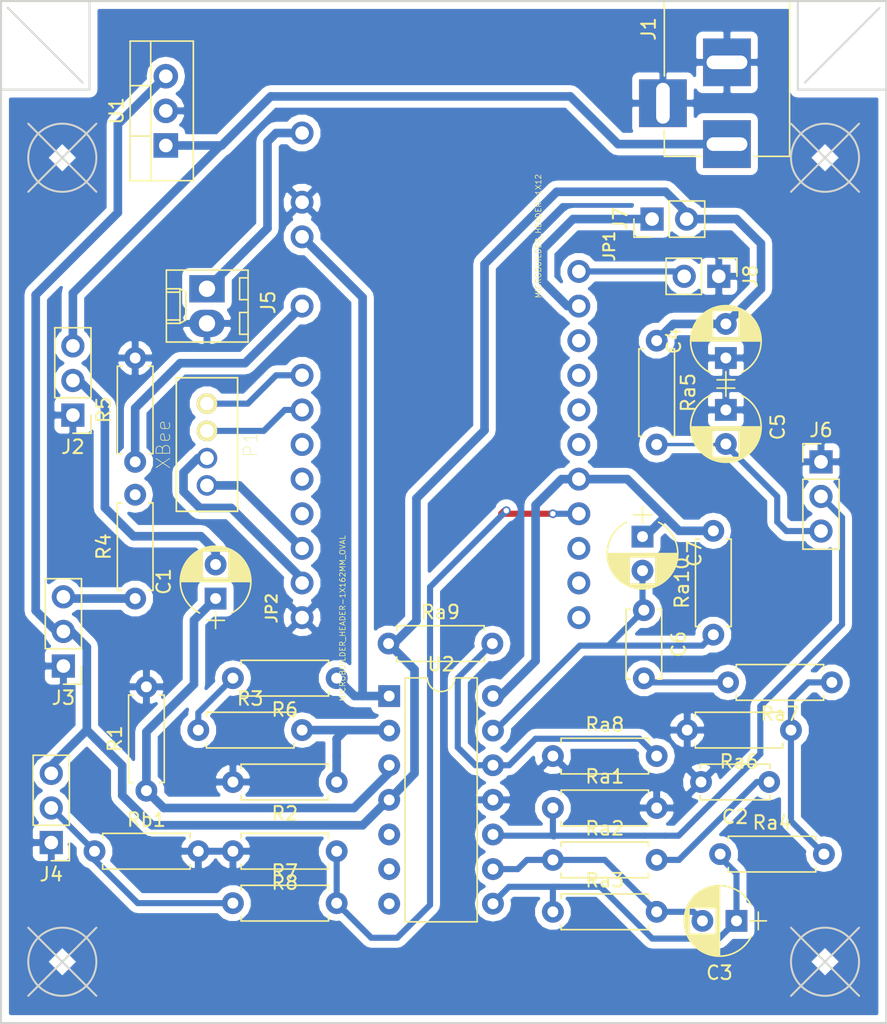
<source format=kicad_pcb>
(kicad_pcb (version 4) (host pcbnew 4.0.7-e2-6376~58~ubuntu16.04.1)
  (layers (0 F.Cu signal hide) (31 B.Cu signal) (34 B.Paste user hide) (35 F.Paste user hide) (36 B.SilkS user hide) (37 F.SilkS user hide) (38 B.Mask user hide) (39 F.Mask user hide) (44 Edge.Cuts user))
  (net 0 "")
  (net 1 GND)
  (net 2 5V)
  (net 3 SEN0192_OUT)
  (net 4 SE-10_OUT)
  (net 5 12V)
  (net 6 "Net-(R2-Pad1)")
  (net 7 SE-10_OUT_)
  (net 8 SEN0192_OUT_)
  (net 9 "Net-(C1-Pad1)")
  (net 10 VBUS)
  (net 11 EN)
  (net 12 ZRE200_OUT_)
  (net 13 TX)
  (net 14 RX)
  (net 15 3V3)
  (net 16 XBee_ON)
  (net 17 XBee_nRESET)
  (net 18 "Net-(C3-Pad1)")
  (net 19 "Net-(C3-Pad2)")
  (net 20 ZRE200_OUT)
  (net 21 EKMB_OUT)
  (net 22 "Net-(C2-Pad1)")
  (net 23 "Net-(Ra4-Pad2)")
  (net 24 "Net-(C5-Pad2)")
  (net 25 "Net-(C6-Pad1)")
  (net 26 "Net-(C6-Pad2)")
  (net 27 "Net-(R3-Pad1)")
  (net 28 "Net-(Ra8-Pad2)")
  (net 29 EKMB_OUT_)
  (module TO_SOT_Packages_THT:TO-220-3_Vertical (layer F.Cu) (at 131.6 84.1 90)
    (fp_text reference U1 (at 2.54 -3.62 90) (layer F.SilkS))
    (fp_text value LM7805_TO220)
    (pad 1 thru_hole rect (at 0 0 90) (size 1.8 1.8) (drill 1) (layers *.Cu *.Mask) (net 5 12V))
    (pad 2 thru_hole oval (at 2.54 0 90) (size 1.8 1.8) (drill 1) (layers *.Cu *.Mask) (net 1 GND))
    (pad 3 thru_hole oval (at 5.08 0 90) (size 1.8 1.8) (drill 1) (layers *.Cu *.Mask) (net 2 5V))
  )
  (module Resistors_THT:R_Axial_DIN0207_L6.3mm_D2.5mm_P7.62mm_Horizontal (layer F.Cu) (at 147.955 120.65)
    (fp_text reference Ra9 (at 3.81 -2.31) (layer F.SilkS))
    (fp_text value 810K)
    (pad 1 thru_hole circle (at 0 0) (size 1.6 1.6) (drill 0.8) (layers *.Cu *.Mask) (net 2 5V))
    (pad 2 thru_hole oval (at 7.62 0) (size 1.6 1.6) (drill 0.8) (layers *.Cu *.Mask) (net 28 "Net-(Ra8-Pad2)"))
  )
  (module Pin_Headers:Pin_Header_Straight_1x03_Pitch2.54mm (layer F.Cu) (at 124.7775 103.886 180)
    (fp_text reference J2 (at 0 -2.33 180) (layer F.SilkS))
    (fp_text value SE-10)
    (pad 1 thru_hole rect (at 0 0 180) (size 1.7 1.7) (drill 1) (layers *.Cu *.Mask) (net 1 GND))
    (pad 2 thru_hole oval (at 0 2.54 180) (size 1.7 1.7) (drill 1) (layers *.Cu *.Mask) (net 4 SE-10_OUT))
    (pad 3 thru_hole oval (at 0 5.08 180) (size 1.7 1.7) (drill 1) (layers *.Cu *.Mask) (net 5 12V))
  )
  (module Resistors_THT:R_Axial_DIN0207_L6.3mm_D2.5mm_P7.62mm_Horizontal (layer F.Cu) (at 130.175 131.445 90)
    (fp_text reference R1 (at 3.81 -2.31 90) (layer F.SilkS))
    (fp_text value 4.62K)
    (pad 1 thru_hole circle (at 0 0 90) (size 1.6 1.6) (drill 0.8) (layers *.Cu *.Mask) (net 9 "Net-(C1-Pad1)"))
    (pad 2 thru_hole oval (at 7.62 0 90) (size 1.6 1.6) (drill 0.8) (layers *.Cu *.Mask) (net 1 GND))
  )
  (module Resistors_THT:R_Axial_DIN0207_L6.3mm_D2.5mm_P7.62mm_Horizontal (layer F.Cu) (at 144.145 130.81 180)
    (fp_text reference R2 (at 3.81 -2.31 180) (layer F.SilkS))
    (fp_text value 9.85K)
    (pad 1 thru_hole circle (at 0 0 180) (size 1.6 1.6) (drill 0.8) (layers *.Cu *.Mask) (net 6 "Net-(R2-Pad1)"))
    (pad 2 thru_hole oval (at 7.62 0 180) (size 1.6 1.6) (drill 0.8) (layers *.Cu *.Mask) (net 1 GND))
  )
  (module Resistors_THT:R_Axial_DIN0207_L6.3mm_D2.5mm_P7.62mm_Horizontal (layer F.Cu) (at 133.985 127)
    (fp_text reference R3 (at 3.81 -2.31) (layer F.SilkS))
    (fp_text value 9.87K)
    (pad 1 thru_hole circle (at 0 0) (size 1.6 1.6) (drill 0.8) (layers *.Cu *.Mask) (net 27 "Net-(R3-Pad1)"))
    (pad 2 thru_hole oval (at 7.62 0) (size 1.6 1.6) (drill 0.8) (layers *.Cu *.Mask) (net 6 "Net-(R2-Pad1)"))
  )
  (module Resistors_THT:R_Axial_DIN0207_L6.3mm_D2.5mm_P7.62mm_Horizontal (layer F.Cu) (at 129.3495 117.348 90)
    (fp_text reference R4 (at 3.81 -2.31 90) (layer F.SilkS))
    (fp_text value 1.491K)
    (pad 1 thru_hole circle (at 0 0 90) (size 1.6 1.6) (drill 0.8) (layers *.Cu *.Mask) (net 3 SEN0192_OUT))
    (pad 2 thru_hole oval (at 7.62 0 90) (size 1.6 1.6) (drill 0.8) (layers *.Cu *.Mask) (net 8 SEN0192_OUT_))
  )
  (module Resistors_THT:R_Axial_DIN0207_L6.3mm_D2.5mm_P7.62mm_Horizontal (layer F.Cu) (at 129.3495 107.315 90)
    (fp_text reference R5 (at 3.81 -2.31 90) (layer F.SilkS))
    (fp_text value 2.18K)
    (pad 1 thru_hole circle (at 0 0 90) (size 1.6 1.6) (drill 0.8) (layers *.Cu *.Mask) (net 8 SEN0192_OUT_))
    (pad 2 thru_hole oval (at 7.62 0 90) (size 1.6 1.6) (drill 0.8) (layers *.Cu *.Mask) (net 1 GND))
  )
  (module "Adafruit Feather M0 Basic rev C:MICROBUILDER_1X12_ROUND" (layer F.Cu) (at 161.925 104.775 270)
    (fp_text reference JP1 (at -13.2842 -2.2352 270) (layer F.SilkS) (effects (font (size 0.8128 0.8128) (thickness 0.1524))))
    (fp_text value MICROBUILDER_HEADER-1X12 (at -14.0208 2.9718 270) (layer F.SilkS) (effects (font (size 0.4064 0.4064) (thickness 0.0508))))
    (pad 2 thru_hole circle (at -11.43 0 270) (size 1.6764 1.6764) (drill 0.99822) (layers *.Cu *.Paste *.Mask) (net 11 EN))
    (pad 3 thru_hole circle (at -8.89 0 270) (size 1.6764 1.6764) (drill 0.99822) (layers *.Cu *.Paste *.Mask) (net 10 VBUS))
    (pad 4 thru_hole circle (at -6.35 0 270) (size 1.6764 1.6764) (drill 0.99822) (layers *.Cu *.Paste *.Mask))
    (pad 5 thru_hole circle (at -3.81 0 270) (size 1.6764 1.6764) (drill 0.99822) (layers *.Cu *.Paste *.Mask))
    (pad 6 thru_hole circle (at -1.27 0 270) (size 1.6764 1.6764) (drill 0.99822) (layers *.Cu *.Paste *.Mask))
    (pad 7 thru_hole circle (at 1.27 0 270) (size 1.6764 1.6764) (drill 0.99822) (layers *.Cu *.Paste *.Mask))
    (pad 8 thru_hole circle (at 3.81 0 270) (size 1.6764 1.6764) (drill 0.99822) (layers *.Cu *.Paste *.Mask) (net 12 ZRE200_OUT_))
    (pad 9 thru_hole circle (at 6.35 0 270) (size 1.6764 1.6764) (drill 0.99822) (layers *.Cu *.Paste *.Mask) (net 29 EKMB_OUT_))
    (pad 10 thru_hole circle (at 8.89 0 270) (size 1.6764 1.6764) (drill 0.99822) (layers *.Cu *.Paste *.Mask))
    (pad 11 thru_hole circle (at 11.43 0 270) (size 1.6764 1.6764) (drill 0.99822) (layers *.Cu *.Paste *.Mask))
    (pad 12 thru_hole circle (at 13.97 0 270) (size 1.6764 1.6764) (drill 0.99822) (layers *.Cu *.Paste *.Mask))
  )
  (module "Adafruit Feather M0 Basic rev C:MICROBUILDER_1X16_ROUND" (layer F.Cu) (at 141.605 99.695 90)
    (fp_text reference JP2 (at -18.3642 -2.2352 90) (layer F.SilkS) (effects (font (size 0.8128 0.8128) (thickness 0.1524))))
    (fp_text value MICROBUILDER_HEADER-1X162MM_OVAL (at -19.1008 2.9718 90) (layer F.SilkS) (effects (font (size 0.4064 0.4064) (thickness 0.0508))))
    (pad 1 thru_hole circle (at -19.05 0 90) (size 1.6764 1.6764) (drill 0.99822) (layers *.Cu *.Paste *.Mask) (net 1 GND))
    (pad 2 thru_hole circle (at -16.51 0 90) (size 1.6764 1.6764) (drill 0.99822) (layers *.Cu *.Paste *.Mask) (net 13 TX))
    (pad 3 thru_hole circle (at -13.97 0 90) (size 1.6764 1.6764) (drill 0.99822) (layers *.Cu *.Paste *.Mask) (net 14 RX))
    (pad 4 thru_hole circle (at -11.43 0 90) (size 1.6764 1.6764) (drill 0.99822) (layers *.Cu *.Paste *.Mask))
    (pad 5 thru_hole circle (at -8.89 0 90) (size 1.6764 1.6764) (drill 0.99822) (layers *.Cu *.Paste *.Mask))
    (pad 6 thru_hole circle (at -6.35 0 90) (size 1.6764 1.6764) (drill 0.99822) (layers *.Cu *.Paste *.Mask))
    (pad 7 thru_hole circle (at -3.81 0 90) (size 1.6764 1.6764) (drill 0.99822) (layers *.Cu *.Paste *.Mask) (net 17 XBee_nRESET))
    (pad 8 thru_hole circle (at -1.27 0 90) (size 1.6764 1.6764) (drill 0.99822) (layers *.Cu *.Paste *.Mask) (net 16 XBee_ON))
    (pad 10 thru_hole circle (at 3.81 0 90) (size 1.6764 1.6764) (drill 0.99822) (layers *.Cu *.Paste *.Mask) (net 8 SEN0192_OUT_))
    (pad 12 thru_hole circle (at 8.89 0 90) (size 1.6764 1.6764) (drill 0.99822) (layers *.Cu *.Paste *.Mask) (net 7 SE-10_OUT_))
    (pad 13 thru_hole circle (at 11.43 0 90) (size 1.6764 1.6764) (drill 0.99822) (layers *.Cu *.Paste *.Mask) (net 1 GND))
    (pad 15 thru_hole circle (at 16.51 0 90) (size 1.6764 1.6764) (drill 0.99822) (layers *.Cu *.Paste *.Mask) (net 15 3V3))
  )
  (module Capacitors_THT:CP_Radial_D5.0mm_P2.50mm (layer F.Cu) (at 135.255 117.348 90)
    (fp_text reference C1 (at 1.25 -3.81 90) (layer F.SilkS))
    (fp_text value 22u)
    (pad 1 thru_hole rect (at 0 0 90) (size 1.6 1.6) (drill 0.8) (layers *.Cu *.Mask) (net 9 "Net-(C1-Pad1)"))
    (pad 2 thru_hole circle (at 2.5 0 90) (size 1.6 1.6) (drill 0.8) (layers *.Cu *.Mask) (net 4 SE-10_OUT))
  )
  (module JST_PHR-4 (layer F.Cu) (at 134.62 106.045 270)
    (fp_text reference P1 (at 0 -3.2 270) (layer F.SilkS) (effects (font (thickness 0.05))))
    (fp_text value XBee (at 0 3.2 270) (layer F.SilkS) (effects (font (thickness 0.05))))
    (pad 1 thru_hole circle (at -3 0) (size 1.508 1.508) (drill 1) (layers *.Cu *.Mask F.SilkS) (net 16 XBee_ON))
    (pad 2 thru_hole circle (at -1 0) (size 1.508 1.508) (drill 1) (layers *.Cu *.Mask F.SilkS) (net 17 XBee_nRESET))
    (pad 3 thru_hole circle (at 1 0 270) (size 1.508 1.508) (drill 1) (layers *.Cu *.Mask) (net 13 TX))
    (pad 4 thru_hole circle (at 3 0 270) (size 1.508 1.508) (drill 1) (layers *.Cu *.Mask) (net 14 RX))
  )
  (module Pin_Headers:Pin_Header_Straight_1x03_Pitch2.54mm (layer F.Cu) (at 179.705 107.315)
    (fp_text reference J6 (at 0 -2.33) (layer F.SilkS))
    (fp_text value ZRE200GE)
    (pad 1 thru_hole rect (at 0 0) (size 1.7 1.7) (drill 1) (layers *.Cu *.Mask) (net 1 GND))
    (pad 2 thru_hole oval (at 0 2.54) (size 1.7 1.7) (drill 1) (layers *.Cu *.Mask) (net 20 ZRE200_OUT))
    (pad 3 thru_hole oval (at 0 5.08) (size 1.7 1.7) (drill 1) (layers *.Cu *.Mask) (net 24 "Net-(C5-Pad2)"))
  )
  (module Resistors_THT:R_Axial_DIN0207_L6.3mm_D2.5mm_P7.62mm_Horizontal (layer F.Cu) (at 144.145 123.19 180)
    (fp_text reference R6 (at 3.81 -2.31 180) (layer F.SilkS))
    (fp_text value 14.82K)
    (pad 1 thru_hole circle (at 0 0 180) (size 1.6 1.6) (drill 0.8) (layers *.Cu *.Mask) (net 7 SE-10_OUT_))
    (pad 2 thru_hole oval (at 7.62 0 180) (size 1.6 1.6) (drill 0.8) (layers *.Cu *.Mask) (net 27 "Net-(R3-Pad1)"))
  )
  (module Capacitors_THT:CP_Radial_D5.0mm_P2.50mm (layer F.Cu) (at 173.5 141 180)
    (fp_text reference C3 (at 1.25 -3.81 180) (layer F.SilkS))
    (fp_text value 10n)
    (pad 1 thru_hole rect (at 0 0 180) (size 1.6 1.6) (drill 0.8) (layers *.Cu *.Mask) (net 18 "Net-(C3-Pad1)"))
    (pad 2 thru_hole circle (at 2.5 0 180) (size 1.6 1.6) (drill 0.8) (layers *.Cu *.Mask) (net 19 "Net-(C3-Pad2)"))
  )
  (module Capacitors_THT:CP_Radial_D5.0mm_P2.50mm (layer F.Cu) (at 172.72 103.505 270)
    (fp_text reference C5 (at 1.25 -3.81 270) (layer F.SilkS))
    (fp_text value 10u)
    (pad 1 thru_hole rect (at 0 0 270) (size 1.6 1.6) (drill 0.8) (layers *.Cu *.Mask) (net 1 GND))
    (pad 2 thru_hole circle (at 2.5 0 270) (size 1.6 1.6) (drill 0.8) (layers *.Cu *.Mask) (net 24 "Net-(C5-Pad2)"))
  )
  (module Resistors_THT:R_Axial_DIN0207_L6.3mm_D2.5mm_P7.62mm_Horizontal (layer F.Cu) (at 160.02 132.715)
    (fp_text reference Ra1 (at 3.81 -2.31) (layer F.SilkS))
    (fp_text value 47K)
    (pad 1 thru_hole circle (at 0 0) (size 1.6 1.6) (drill 0.8) (layers *.Cu *.Mask) (net 20 ZRE200_OUT))
    (pad 2 thru_hole oval (at 7.62 0) (size 1.6 1.6) (drill 0.8) (layers *.Cu *.Mask) (net 1 GND))
  )
  (module Resistors_THT:R_Axial_DIN0207_L6.3mm_D2.5mm_P7.62mm_Horizontal (layer F.Cu) (at 160.02 136.525)
    (fp_text reference Ra2 (at 3.81 -2.31) (layer F.SilkS))
    (fp_text value 10K)
    (pad 1 thru_hole circle (at 0 0) (size 1.6 1.6) (drill 0.8) (layers *.Cu *.Mask) (net 19 "Net-(C3-Pad2)"))
    (pad 2 thru_hole oval (at 7.62 0) (size 1.6 1.6) (drill 0.8) (layers *.Cu *.Mask) (net 22 "Net-(C2-Pad1)"))
  )
  (module Resistors_THT:R_Axial_DIN0207_L6.3mm_D2.5mm_P7.62mm_Horizontal (layer F.Cu) (at 160.02 140.335)
    (fp_text reference Ra3 (at 3.81 -2.31) (layer F.SilkS))
    (fp_text value 1M)
    (pad 1 thru_hole circle (at 0 0) (size 1.6 1.6) (drill 0.8) (layers *.Cu *.Mask) (net 18 "Net-(C3-Pad1)"))
    (pad 2 thru_hole oval (at 7.62 0) (size 1.6 1.6) (drill 0.8) (layers *.Cu *.Mask) (net 19 "Net-(C3-Pad2)"))
  )
  (module Resistors_THT:R_Axial_DIN0207_L6.3mm_D2.5mm_P7.62mm_Horizontal (layer F.Cu) (at 172.3 136.1)
    (fp_text reference Ra4 (at 3.81 -2.31) (layer F.SilkS))
    (fp_text value 100K)
    (pad 1 thru_hole circle (at 0 0) (size 1.6 1.6) (drill 0.8) (layers *.Cu *.Mask) (net 18 "Net-(C3-Pad1)"))
    (pad 2 thru_hole oval (at 7.62 0) (size 1.6 1.6) (drill 0.8) (layers *.Cu *.Mask) (net 23 "Net-(Ra4-Pad2)"))
  )
  (module Resistors_THT:R_Axial_DIN0207_L6.3mm_D2.5mm_P7.62mm_Horizontal (layer F.Cu) (at 177.5 127 180)
    (fp_text reference Ra6 (at 3.81 -2.31 180) (layer F.SilkS))
    (fp_text value 1M)
    (pad 1 thru_hole circle (at 0 0 180) (size 1.6 1.6) (drill 0.8) (layers *.Cu *.Mask) (net 23 "Net-(Ra4-Pad2)"))
    (pad 2 thru_hole oval (at 7.62 0 180) (size 1.6 1.6) (drill 0.8) (layers *.Cu *.Mask) (net 1 GND))
  )
  (module Resistors_THT:R_Axial_DIN0207_L6.3mm_D2.5mm_P7.62mm_Horizontal (layer F.Cu) (at 180.5 123.5 180)
    (fp_text reference Ra7 (at 3.81 -2.31 180) (layer F.SilkS))
    (fp_text value 10K)
    (pad 1 thru_hole circle (at 0 0 180) (size 1.6 1.6) (drill 0.8) (layers *.Cu *.Mask) (net 23 "Net-(Ra4-Pad2)"))
    (pad 2 thru_hole oval (at 7.62 0 180) (size 1.6 1.6) (drill 0.8) (layers *.Cu *.Mask) (net 26 "Net-(C6-Pad2)"))
  )
  (module Resistors_THT:R_Axial_DIN0207_L6.3mm_D2.5mm_P7.62mm_Horizontal (layer F.Cu) (at 160.02 128.905)
    (fp_text reference Ra8 (at 3.81 -2.31) (layer F.SilkS))
    (fp_text value 470K)
    (pad 1 thru_hole circle (at 0 0) (size 1.6 1.6) (drill 0.8) (layers *.Cu *.Mask) (net 1 GND))
    (pad 2 thru_hole oval (at 7.62 0) (size 1.6 1.6) (drill 0.8) (layers *.Cu *.Mask) (net 28 "Net-(Ra8-Pad2)"))
  )
  (module Resistors_THT:R_Axial_DIN0207_L6.3mm_D2.5mm_P7.62mm_Horizontal (layer F.Cu) (at 126.365 135.89)
    (fp_text reference Rb1 (at 3.81 -2.31) (layer F.SilkS))
    (fp_text value 10K)
    (pad 1 thru_hole circle (at 0 0) (size 1.6 1.6) (drill 0.8) (layers *.Cu *.Mask) (net 21 EKMB_OUT))
    (pad 2 thru_hole oval (at 7.62 0) (size 1.6 1.6) (drill 0.8) (layers *.Cu *.Mask) (net 1 GND))
  )
  (module Capacitors_THT:C_Disc_D5.0mm_W2.5mm_P5.00mm (layer F.Cu) (at 175.895 130.81 180)
    (fp_text reference C2 (at 2.5 -2.56 180) (layer F.SilkS))
    (fp_text value 10u)
    (pad 1 thru_hole circle (at 0 0 180) (size 1.6 1.6) (drill 0.8) (layers *.Cu *.Mask) (net 22 "Net-(C2-Pad1)"))
    (pad 2 thru_hole circle (at 5 0 180) (size 1.6 1.6) (drill 0.8) (layers *.Cu *.Mask) (net 1 GND))
  )
  (module Capacitors_THT:CP_Radial_D5.0mm_P2.50mm (layer F.Cu) (at 166.6 112.8 270)
    (fp_text reference C7 (at 1.25 -3.81 270) (layer F.SilkS))
    (fp_text value 10n)
    (pad 1 thru_hole rect (at 0 0 270) (size 1.6 1.6) (drill 0.8) (layers *.Cu *.Mask) (net 12 ZRE200_OUT_))
    (pad 2 thru_hole circle (at 2.5 0 270) (size 1.6 1.6) (drill 0.8) (layers *.Cu *.Mask) (net 25 "Net-(C6-Pad1)"))
  )
  (module Resistors_THT:R_Axial_DIN0207_L6.3mm_D2.5mm_P7.62mm_Horizontal (layer F.Cu) (at 167.64 98.425 270)
    (fp_text reference Ra5 (at 3.81 -2.31 270) (layer F.SilkS))
    (fp_text value 1K)
    (pad 1 thru_hole circle (at 0 0 270) (size 1.6 1.6) (drill 0.8) (layers *.Cu *.Mask) (net 2 5V))
    (pad 2 thru_hole oval (at 7.62 0 270) (size 1.6 1.6) (drill 0.8) (layers *.Cu *.Mask) (net 24 "Net-(C5-Pad2)"))
  )
  (module Resistors_THT:R_Axial_DIN0207_L6.3mm_D2.5mm_P7.62mm_Horizontal (layer F.Cu) (at 171.8 120 90)
    (fp_text reference Ra10 (at 3.81 -2.31 90) (layer F.SilkS))
    (fp_text value 1M2)
    (pad 1 thru_hole circle (at 0 0 90) (size 1.6 1.6) (drill 0.8) (layers *.Cu *.Mask) (net 25 "Net-(C6-Pad1)"))
    (pad 2 thru_hole oval (at 7.62 0 90) (size 1.6 1.6) (drill 0.8) (layers *.Cu *.Mask) (net 12 ZRE200_OUT_))
  )
  (module Capacitors_THT:CP_Radial_D5.0mm_P2.50mm (layer F.Cu) (at 172.72 99.695 90)
    (fp_text reference C4 (at 1.25 -3.81 90) (layer F.SilkS))
    (fp_text value 100u)
    (pad 1 thru_hole rect (at 0 0 90) (size 1.6 1.6) (drill 0.8) (layers *.Cu *.Mask) (net 1 GND))
    (pad 2 thru_hole circle (at 2.5 0 90) (size 1.6 1.6) (drill 0.8) (layers *.Cu *.Mask) (net 2 5V))
  )
  (module Capacitors_THT:C_Disc_D5.0mm_W2.5mm_P5.00mm (layer F.Cu) (at 166.7 118.2 270)
    (fp_text reference C6 (at 2.5 -2.56 270) (layer F.SilkS))
    (fp_text value 10u)
    (pad 1 thru_hole circle (at 0 0 270) (size 1.6 1.6) (drill 0.8) (layers *.Cu *.Mask) (net 25 "Net-(C6-Pad1)"))
    (pad 2 thru_hole circle (at 5 0 270) (size 1.6 1.6) (drill 0.8) (layers *.Cu *.Mask) (net 26 "Net-(C6-Pad2)"))
  )
  (module Pin_Headers:Pin_Header_Straight_1x03_Pitch2.54mm (layer F.Cu) (at 124.079 122.301 180)
    (fp_text reference J3 (at 0 -2.33 180) (layer F.SilkS))
    (fp_text value SEN0192_MW)
    (pad 1 thru_hole rect (at 0 0 180) (size 1.7 1.7) (drill 1) (layers *.Cu *.Mask) (net 1 GND))
    (pad 2 thru_hole oval (at 0 2.54 180) (size 1.7 1.7) (drill 1) (layers *.Cu *.Mask) (net 2 5V))
    (pad 3 thru_hole oval (at 0 5.08 180) (size 1.7 1.7) (drill 1) (layers *.Cu *.Mask) (net 3 SEN0192_OUT))
  )
  (module Pin_Headers:Pin_Header_Straight_1x03_Pitch2.54mm (layer F.Cu) (at 123.19 135.255 180)
    (fp_text reference J4 (at 0 -2.33 180) (layer F.SilkS))
    (fp_text value EKMB)
    (pad 1 thru_hole rect (at 0 0 180) (size 1.7 1.7) (drill 1) (layers *.Cu *.Mask) (net 1 GND))
    (pad 2 thru_hole oval (at 0 2.54 180) (size 1.7 1.7) (drill 1) (layers *.Cu *.Mask) (net 21 EKMB_OUT))
    (pad 3 thru_hole oval (at 0 5.08 180) (size 1.7 1.7) (drill 1) (layers *.Cu *.Mask) (net 2 5V))
  )
  (module Connectors_Molex:Molex_KK-6410-02_02x2.54mm_Straight (layer F.Cu) (at 134.62 94.615 270)
    (fp_text reference J5 (at 1 -4.5 270) (layer F.SilkS))
    (fp_text value "3V3 Output")
    (pad 1 thru_hole rect (at 0 0 270) (size 2 2.6) (drill 1.2) (layers *.Cu *.Mask) (net 15 3V3))
    (pad 2 thru_hole oval (at 2.54 0 270) (size 2 2.6) (drill 1.2) (layers *.Cu *.Mask) (net 1 GND))
  )
  (module Pin_Headers:Pin_Header_Straight_1x02_Pitch2.54mm (layer F.Cu) (at 167.3 89.5 90)
    (fp_text reference J7 (at 0 -2.33 90) (layer F.SilkS))
    (fp_text value "5V Ext")
    (pad 1 thru_hole rect (at 0 0 90) (size 1.7 1.7) (drill 1) (layers *.Cu *.Mask) (net 10 VBUS))
    (pad 2 thru_hole oval (at 0 2.54 90) (size 1.7 1.7) (drill 1) (layers *.Cu *.Mask) (net 2 5V))
  )
  (module Pin_Headers:Pin_Header_Straight_1x02_Pitch2.54mm (layer F.Cu) (at 172.2 93.7 270)
    (fp_text reference J8 (at 0 -2.33 270) (layer F.SilkS))
    (fp_text value "3V3 EN")
    (pad 1 thru_hole rect (at 0 0 270) (size 1.7 1.7) (drill 1) (layers *.Cu *.Mask) (net 1 GND))
    (pad 2 thru_hole oval (at 0 2.54 270) (size 1.7 1.7) (drill 1) (layers *.Cu *.Mask) (net 11 EN))
  )
  (module Housings_DIP:DIP-14_W7.62mm (layer F.Cu) (at 148 124.5)
    (fp_text reference U2 (at 3.81 -2.33) (layer F.SilkS))
    (fp_text value LM324)
    (pad 1 thru_hole rect (at 0 0) (size 1.6 1.6) (drill 0.8) (layers *.Cu *.Mask) (net 7 SE-10_OUT_))
    (pad 8 thru_hole oval (at 7.62 15.24) (size 1.6 1.6) (drill 0.8) (layers *.Cu *.Mask) (net 18 "Net-(C3-Pad1)"))
    (pad 2 thru_hole oval (at 0 2.54) (size 1.6 1.6) (drill 0.8) (layers *.Cu *.Mask) (net 6 "Net-(R2-Pad1)"))
    (pad 9 thru_hole oval (at 7.62 12.7) (size 1.6 1.6) (drill 0.8) (layers *.Cu *.Mask) (net 19 "Net-(C3-Pad2)"))
    (pad 3 thru_hole oval (at 0 5.08) (size 1.6 1.6) (drill 0.8) (layers *.Cu *.Mask) (net 9 "Net-(C1-Pad1)"))
    (pad 10 thru_hole oval (at 7.62 10.16) (size 1.6 1.6) (drill 0.8) (layers *.Cu *.Mask) (net 20 ZRE200_OUT))
    (pad 4 thru_hole oval (at 0 7.62) (size 1.6 1.6) (drill 0.8) (layers *.Cu *.Mask) (net 2 5V))
    (pad 11 thru_hole oval (at 7.62 7.62) (size 1.6 1.6) (drill 0.8) (layers *.Cu *.Mask) (net 1 GND))
    (pad 5 thru_hole oval (at 0 10.16) (size 1.6 1.6) (drill 0.8) (layers *.Cu *.Mask))
    (pad 12 thru_hole oval (at 7.62 5.08) (size 1.6 1.6) (drill 0.8) (layers *.Cu *.Mask) (net 28 "Net-(Ra8-Pad2)"))
    (pad 6 thru_hole oval (at 0 12.7) (size 1.6 1.6) (drill 0.8) (layers *.Cu *.Mask))
    (pad 13 thru_hole oval (at 7.62 2.54) (size 1.6 1.6) (drill 0.8) (layers *.Cu *.Mask) (net 25 "Net-(C6-Pad1)"))
    (pad 7 thru_hole oval (at 0 15.24) (size 1.6 1.6) (drill 0.8) (layers *.Cu *.Mask))
    (pad 14 thru_hole oval (at 7.62 0) (size 1.6 1.6) (drill 0.8) (layers *.Cu *.Mask) (net 12 ZRE200_OUT_))
  )
  (module Resistors_THT:R_Axial_DIN0207_L6.3mm_D2.5mm_P7.62mm_Horizontal (layer F.Cu) (at 136.525 139.7)
    (fp_text reference R7 (at 3.81 -2.31) (layer F.SilkS))
    (fp_text value 1.491K)
    (pad 1 thru_hole circle (at 0 0) (size 1.6 1.6) (drill 0.8) (layers *.Cu *.Mask) (net 21 EKMB_OUT))
    (pad 2 thru_hole oval (at 7.62 0) (size 1.6 1.6) (drill 0.8) (layers *.Cu *.Mask) (net 29 EKMB_OUT_))
  )
  (module Resistors_THT:R_Axial_DIN0207_L6.3mm_D2.5mm_P7.62mm_Horizontal (layer F.Cu) (at 144.145 135.89 180)
    (fp_text reference R8 (at 3.81 -2.31 180) (layer F.SilkS))
    (fp_text value 2.18K)
    (pad 1 thru_hole circle (at 0 0 180) (size 1.6 1.6) (drill 0.8) (layers *.Cu *.Mask) (net 29 EKMB_OUT_))
    (pad 2 thru_hole oval (at 7.62 0 180) (size 1.6 1.6) (drill 0.8) (layers *.Cu *.Mask) (net 1 GND))
  )
  (module Connectors:BARREL_JACK (layer F.Cu) (at 172.8 84 270)
    (fp_text reference J1 (at -8.45 5.75 450) (layer F.SilkS))
    (fp_text value "12V input")
    (pad 1 thru_hole rect (at 0 0 270) (size 3.5 3.5) (drill oval 1 3) (layers *.Cu *.Mask) (net 5 12V))
    (pad 2 thru_hole rect (at -6 0 270) (size 3.5 3.5) (drill oval 1 3) (layers *.Cu *.Mask) (net 1 GND))
    (pad 3 thru_hole rect (at -3 4.7 270) (size 3.5 3.5) (drill oval 3 1) (layers *.Cu *.Mask) (net 1 GND))
  )
  (target x (at 180 85) (size 5) (width 0.15) (layer Edge.Cuts))
  (target x (at 124 85) (size 5) (width 0.15) (layer Edge.Cuts))
  (gr_line (start 125.5 79.5) (end 120 74) (angle 90) (layer Edge.Cuts) (width 0.15))
  (gr_line (start 126 80) (end 126 73.5) (angle 90) (layer Edge.Cuts) (width 0.15))
  (gr_line (start 119.5 80) (end 126 80) (angle 90) (layer Edge.Cuts) (width 0.15))
  (gr_line (start 178 80) (end 184.5 80) (angle 90) (layer Edge.Cuts) (width 0.15))
  (gr_line (start 178 80) (end 178 73.5) (angle 90) (layer Edge.Cuts) (width 0.15))
  (gr_line (start 184 74) (end 178.5 79.5) (angle 90) (layer Edge.Cuts) (width 0.15))
  (gr_line (start 184.5 148.5) (end 119.5 148.5) (angle 90) (layer Edge.Cuts) (width 0.15))
  (gr_line (start 184.5 73.5) (end 184.5 148.5) (angle 90) (layer Edge.Cuts) (width 0.15))
  (gr_line (start 119.5 73.5) (end 184.5 73.5) (angle 90) (layer Edge.Cuts) (width 0.15))
  (gr_line (start 119.5 73.5) (end 119.5 148.5) (angle 90) (layer Edge.Cuts) (width 0.15))
  (target x (at 180 144) (size 5) (width 0.15) (layer Edge.Cuts))
  (target x (at 124 144) (size 5) (width 0.15) (layer Edge.Cuts))
  (segment (start 147.955 120.65) (end 148.35 120.65) (width 0.635) (layer B.Cu) (net 2))
  (segment (start 148.35 120.65) (end 150 119) (width 0.635) (layer B.Cu) (net 2))
  (segment (start 150 119) (end 150 110) (width 0.635) (layer B.Cu) (net 2))
  (segment (start 150 110) (end 155 105) (width 0.635) (layer B.Cu) (net 2))
  (segment (start 155 105) (end 155 92.8) (width 0.635) (layer B.Cu) (net 2))
  (segment (start 124.079 119.761) (end 123.571 119.761) (width 0.635) (layer B.Cu) (net 2))
  (segment (start 123.571 119.761) (end 122.047 118.237) (width 0.635) (layer B.Cu) (net 2))
  (segment (start 122.047 118.237) (end 122.047 95.0595) (width 0.635) (layer B.Cu) (net 2))
  (segment (start 122.047 95.0595) (end 128.0795 89.027) (width 0.635) (layer B.Cu) (net 2))
  (segment (start 128.0795 89.027) (end 128.0795 82.5405) (width 0.635) (layer B.Cu) (net 2))
  (segment (start 128.0795 82.5405) (end 131.6 79.02) (width 0.635) (layer B.Cu) (net 2))
  (segment (start 124.079 119.761) (end 124.6505 119.761) (width 0.635) (layer B.Cu) (net 2))
  (segment (start 124.6505 119.761) (end 125.8 120.9105) (width 0.635) (layer B.Cu) (net 2))
  (segment (start 125.8 120.9105) (end 125.8 127) (width 0.635) (layer B.Cu) (net 2))
  (segment (start 169.84 89.5) (end 173.5 89.5) (width 0.635) (layer B.Cu) (net 2))
  (segment (start 173.5 89.5) (end 175.3 91.3) (width 0.635) (layer B.Cu) (net 2))
  (segment (start 175.3 91.3) (end 175.3 94.615) (width 0.635) (layer B.Cu) (net 2))
  (segment (start 175.3 94.615) (end 172.72 97.195) (width 0.635) (layer B.Cu) (net 2))
  (segment (start 169.84 89.5) (end 169.84 89.04) (width 0.635) (layer B.Cu) (net 2))
  (segment (start 169.84 89.04) (end 168.3 87.5) (width 0.635) (layer B.Cu) (net 2))
  (segment (start 168.3 87.5) (end 160.3 87.5) (width 0.635) (layer B.Cu) (net 2))
  (segment (start 160.3 87.5) (end 155 92.8) (width 0.635) (layer B.Cu) (net 2))
  (segment (start 131.6 79.02) (end 131.6 79.1) (width 0.635) (layer B.Cu) (net 2))
  (segment (start 147.955 120.65) (end 148.05 120.65) (width 0.635) (layer B.Cu) (net 2))
  (segment (start 128.4 131.4) (end 128.4 131.8) (width 0.635) (layer B.Cu) (net 2))
  (segment (start 128.4 131.8) (end 130.585 133.985) (width 0.635) (layer B.Cu) (net 2))
  (segment (start 125.8 127) (end 128.4 129.6) (width 0.635) (layer B.Cu) (net 2))
  (segment (start 128.4 129.6) (end 128.4 131.4) (width 0.635) (layer B.Cu) (net 2))
  (segment (start 125.8 127) (end 123.19 129.61) (width 0.635) (layer B.Cu) (net 2))
  (segment (start 123.19 129.61) (end 123.19 130.175) (width 0.635) (layer B.Cu) (net 2))
  (segment (start 148 132.12) (end 147.915 132.12) (width 0.635) (layer B.Cu) (net 2))
  (segment (start 147.915 132.12) (end 146.05 133.985) (width 0.635) (layer B.Cu) (net 2))
  (segment (start 146.05 133.985) (end 130.585 133.985) (width 0.635) (layer B.Cu) (net 2))
  (segment (start 172.72 97.195) (end 168.87 97.195) (width 0.635) (layer B.Cu) (net 2))
  (segment (start 168.87 97.195) (end 167.64 98.425) (width 0.635) (layer B.Cu) (net 2))
  (segment (start 147.955 120.65) (end 149.8525 122.5475) (width 0.635) (layer B.Cu) (net 2))
  (segment (start 149.8525 122.5475) (end 149.86 122.555) (width 0.635) (layer B.Cu) (net 2))
  (segment (start 149.86 122.555) (end 149.86 130.175) (width 0.635) (layer B.Cu) (net 2))
  (segment (start 149.86 130.175) (end 148 132.12) (width 0.635) (layer B.Cu) (net 2))
  (segment (start 129.3495 117.348) (end 124.206 117.348) (width 0.635) (layer B.Cu) (net 3))
  (segment (start 124.206 117.348) (end 124.079 117.221) (width 0.635) (layer B.Cu) (net 3))
  (segment (start 124.7775 101.346) (end 125.222 101.346) (width 0.635) (layer B.Cu) (net 4))
  (segment (start 125.222 101.346) (end 127.127 103.251) (width 0.635) (layer B.Cu) (net 4))
  (segment (start 127.127 103.251) (end 127.127 110.6805) (width 0.635) (layer B.Cu) (net 4))
  (segment (start 135.255 114.848) (end 135.255 113.8555) (width 0.635) (layer B.Cu) (net 4))
  (segment (start 135.255 113.8555) (end 134.1755 112.776) (width 0.635) (layer B.Cu) (net 4))
  (segment (start 134.1755 112.776) (end 129.2225 112.776) (width 0.635) (layer B.Cu) (net 4))
  (segment (start 129.2225 112.776) (end 127.127 110.6805) (width 0.635) (layer B.Cu) (net 4))
  (segment (start 135.7 84.1) (end 135.61 84.1) (width 0.635) (layer B.Cu) (net 5))
  (segment (start 135.61 84.1) (end 124.7775 94.9325) (width 0.635) (layer B.Cu) (net 5))
  (segment (start 124.7775 94.9325) (end 124.7775 98.806) (width 0.635) (layer B.Cu) (net 5))
  (segment (start 131.6 84.1) (end 135.7 84.1) (width 0.635) (layer B.Cu) (net 5))
  (segment (start 135.7 84.1) (end 139.3 80.5) (width 0.635) (layer B.Cu) (net 5))
  (segment (start 139.3 80.5) (end 161.3 80.5) (width 0.635) (layer B.Cu) (net 5))
  (segment (start 161.3 80.5) (end 164.8 84) (width 0.635) (layer B.Cu) (net 5))
  (segment (start 164.8 84) (end 172.8 84) (width 0.635) (layer B.Cu) (net 5))
  (segment (start 144.7 127) (end 147.96 127) (width 0.635) (layer B.Cu) (net 6))
  (segment (start 147.96 127) (end 148 127.04) (width 0.635) (layer B.Cu) (net 6))
  (segment (start 141.605 127) (end 144.7 127) (width 0.635) (layer B.Cu) (net 6))
  (segment (start 144.7 127) (end 144.74 127.04) (width 0.635) (layer B.Cu) (net 6))
  (segment (start 144.145 130.81) (end 144.145 128.905) (width 0.635) (layer B.Cu) (net 6))
  (segment (start 144.145 128.905) (end 144.145 127.635) (width 0.635) (layer B.Cu) (net 6))
  (segment (start 144.145 127.635) (end 144.74 127.04) (width 0.635) (layer B.Cu) (net 6))
  (segment (start 141.605 90.805) (end 144.78 93.98) (width 0.635) (layer B.Cu) (net 7))
  (segment (start 144.78 93.98) (end 145.415 94.615) (width 0.635) (layer B.Cu) (net 7))
  (segment (start 145.415 94.615) (end 146.05 95.25) (width 0.635) (layer B.Cu) (net 7))
  (segment (start 146.05 95.25) (end 146.05 124.5) (width 0.635) (layer B.Cu) (net 7))
  (segment (start 146.05 124.5) (end 146.05 124.46) (width 0.635) (layer B.Cu) (net 7))
  (segment (start 146.05 124.46) (end 146.05 124.5) (width 0.635) (layer B.Cu) (net 7))
  (segment (start 148 124.5) (end 146.05 124.5) (width 0.635) (layer B.Cu) (net 7))
  (segment (start 146.05 124.5) (end 145.455 124.5) (width 0.635) (layer B.Cu) (net 7))
  (segment (start 145.455 124.5) (end 144.145 123.19) (width 0.635) (layer B.Cu) (net 7))
  (segment (start 129.3495 107.315) (end 129.3495 103.378) (width 0.635) (layer B.Cu) (net 8))
  (segment (start 129.3495 103.378) (end 132.6515 100.076) (width 0.635) (layer B.Cu) (net 8))
  (segment (start 132.6515 100.076) (end 137.414 100.076) (width 0.635) (layer B.Cu) (net 8))
  (segment (start 137.414 100.076) (end 141.605 95.885) (width 0.635) (layer B.Cu) (net 8))
  (segment (start 130.175 131.445) (end 130.175 127.127) (width 0.635) (layer B.Cu) (net 9))
  (segment (start 130.175 127.127) (end 133.6675 123.6345) (width 0.635) (layer B.Cu) (net 9))
  (segment (start 133.6675 123.6345) (end 133.6675 118.9355) (width 0.635) (layer B.Cu) (net 9))
  (segment (start 133.6675 118.9355) (end 135.255 117.348) (width 0.635) (layer B.Cu) (net 9))
  (segment (start 148 129.58) (end 148 130.13) (width 0.635) (layer B.Cu) (net 9))
  (segment (start 148 130.13) (end 145.415 132.715) (width 0.635) (layer B.Cu) (net 9))
  (segment (start 145.415 132.715) (end 131.445 132.715) (width 0.635) (layer B.Cu) (net 9))
  (segment (start 131.445 132.715) (end 130.175 131.445) (width 0.635) (layer B.Cu) (net 9))
  (segment (start 148 129.58) (end 147.915 129.58) (width 0.635) (layer B.Cu) (net 9))
  (segment (start 148 129.58) (end 148 130.13) (width 0.635) (layer B.Cu) (net 9))
  (segment (start 167.3 89.5) (end 161.5 89.5) (width 0.635) (layer B.Cu) (net 10))
  (segment (start 161.5 89.5) (end 159.3 91.7) (width 0.635) (layer B.Cu) (net 10))
  (segment (start 159.3 91.7) (end 159.3 94.1) (width 0.635) (layer B.Cu) (net 10))
  (segment (start 159.3 94.1) (end 161.085 95.885) (width 0.635) (layer B.Cu) (net 10))
  (segment (start 161.085 95.885) (end 161.925 95.885) (width 0.635) (layer B.Cu) (net 10))
  (segment (start 161.925 93.345) (end 169.305 93.345) (width 0.45) (layer B.Cu) (net 11))
  (segment (start 169.305 93.345) (end 169.66 93.7) (width 0.45) (layer B.Cu) (net 11))
  (segment (start 161.97 93.3) (end 161.925 93.345) (width 0.45) (layer B.Cu) (net 11))
  (segment (start 166.6 112.8) (end 166.8 112.8) (width 0.635) (layer B.Cu) (net 12))
  (segment (start 166.8 112.8) (end 168.25 111.35) (width 0.635) (layer B.Cu) (net 12))
  (segment (start 171.8 112.38) (end 169.28 112.38) (width 0.635) (layer B.Cu) (net 12))
  (segment (start 169.28 112.38) (end 168.25 111.35) (width 0.635) (layer B.Cu) (net 12))
  (segment (start 168.25 111.35) (end 165.485 108.585) (width 0.635) (layer B.Cu) (net 12))
  (segment (start 165.485 108.585) (end 161.925 108.585) (width 0.635) (layer B.Cu) (net 12))
  (segment (start 155.62 124.5) (end 156.17 124.5) (width 0.635) (layer B.Cu) (net 12))
  (segment (start 156.17 124.5) (end 158.75 121.92) (width 0.635) (layer B.Cu) (net 12))
  (segment (start 158.75 121.92) (end 158.75 110.49) (width 0.635) (layer B.Cu) (net 12))
  (segment (start 158.75 110.49) (end 160.655 108.585) (width 0.635) (layer B.Cu) (net 12))
  (segment (start 160.655 108.585) (end 161.925 108.585) (width 0.635) (layer B.Cu) (net 12))
  (segment (start 141.605 116.205) (end 141.605 115.905) (width 0.635) (layer B.Cu) (net 13))
  (segment (start 141.605 115.905) (end 136.4 110.7) (width 0.635) (layer B.Cu) (net 13))
  (segment (start 136.4 110.7) (end 134.1 110.7) (width 0.635) (layer B.Cu) (net 13))
  (segment (start 134.1 110.7) (end 132.9 109.5) (width 0.635) (layer B.Cu) (net 13))
  (segment (start 132.9 109.5) (end 132.9 108.1) (width 0.635) (layer B.Cu) (net 13))
  (segment (start 132.9 108.1) (end 133.955 107.045) (width 0.635) (layer B.Cu) (net 13))
  (segment (start 133.955 107.045) (end 134.62 107.045) (width 0.635) (layer B.Cu) (net 13))
  (segment (start 134.62 109.045) (end 136.985 109.045) (width 0.635) (layer B.Cu) (net 14))
  (segment (start 136.985 109.045) (end 141.605 113.665) (width 0.635) (layer B.Cu) (net 14))
  (segment (start 141.605 83.185) (end 139.7 83.185) (width 0.635) (layer B.Cu) (net 15))
  (segment (start 139.7 83.185) (end 139.065 83.82) (width 0.635) (layer B.Cu) (net 15))
  (segment (start 139.065 83.82) (end 139.065 90.17) (width 0.635) (layer B.Cu) (net 15))
  (segment (start 139.065 90.17) (end 134.62 94.615) (width 0.635) (layer B.Cu) (net 15))
  (segment (start 134.62 103.045) (end 137.62 103.045) (width 0.45) (layer B.Cu) (net 16))
  (segment (start 137.62 103.045) (end 139.7 100.965) (width 0.45) (layer B.Cu) (net 16))
  (segment (start 139.7 100.965) (end 141.605 100.965) (width 0.45) (layer B.Cu) (net 16))
  (segment (start 134.62 105.045) (end 138.795 105.045) (width 0.45) (layer B.Cu) (net 17))
  (segment (start 138.795 105.045) (end 140.335 103.505) (width 0.45) (layer B.Cu) (net 17))
  (segment (start 140.335 103.505) (end 141.605 103.505) (width 0.45) (layer B.Cu) (net 17))
  (segment (start 160.02 140.335) (end 160.02 138.5) (width 0.45) (layer B.Cu) (net 18))
  (segment (start 160.02 138.5) (end 160.2 138.5) (width 0.45) (layer B.Cu) (net 18))
  (segment (start 155.62 139.74) (end 155.62 139.68) (width 0.45) (layer B.Cu) (net 18))
  (segment (start 155.62 139.68) (end 156.8 138.5) (width 0.45) (layer B.Cu) (net 18))
  (segment (start 156.8 138.5) (end 160.2 138.5) (width 0.45) (layer B.Cu) (net 18))
  (segment (start 160.2 138.5) (end 160.5 138.5) (width 0.45) (layer B.Cu) (net 18))
  (segment (start 160.5 138.5) (end 163.52 138.5) (width 0.45) (layer B.Cu) (net 18))
  (segment (start 163.52 138.5) (end 167.32 142.3) (width 0.45) (layer B.Cu) (net 18))
  (segment (start 167.32 142.3) (end 172.2 142.3) (width 0.45) (layer B.Cu) (net 18))
  (segment (start 172.2 142.3) (end 173.5 141) (width 0.45) (layer B.Cu) (net 18))
  (segment (start 171.975 136) (end 173.5 137.525) (width 0.45) (layer B.Cu) (net 18))
  (segment (start 173.5 137.525) (end 173.5 141) (width 0.45) (layer B.Cu) (net 18))
  (segment (start 167.64 140.335) (end 170.335 140.335) (width 0.45) (layer B.Cu) (net 19))
  (segment (start 170.335 140.335) (end 171 141) (width 0.45) (layer B.Cu) (net 19))
  (segment (start 160.02 136.525) (end 163.83 136.525) (width 0.45) (layer B.Cu) (net 19))
  (segment (start 163.83 136.525) (end 167.64 140.335) (width 0.45) (layer B.Cu) (net 19))
  (segment (start 155.62 137.2) (end 157.44 137.2) (width 0.45) (layer B.Cu) (net 19))
  (segment (start 157.44 137.2) (end 158.115 136.525) (width 0.45) (layer B.Cu) (net 19))
  (segment (start 158.115 136.525) (end 160.02 136.525) (width 0.45) (layer B.Cu) (net 19))
  (segment (start 168.25 134.75) (end 169.25 134.75) (width 0.45) (layer B.Cu) (net 20))
  (segment (start 169.25 134.75) (end 175.25 128.75) (width 0.45) (layer B.Cu) (net 20))
  (segment (start 160.02 132.715) (end 160.02 134.75) (width 0.45) (layer B.Cu) (net 20))
  (segment (start 160.02 134.75) (end 160.07 134.8) (width 0.45) (layer B.Cu) (net 20))
  (segment (start 160.07 134.8) (end 160.1 134.8) (width 0.45) (layer B.Cu) (net 20))
  (segment (start 160.1 134.8) (end 160.1 134.75) (width 0.45) (layer B.Cu) (net 20))
  (segment (start 166.75 134.75) (end 160.1 134.75) (width 0.45) (layer B.Cu) (net 20))
  (segment (start 160.1 134.75) (end 155.71 134.75) (width 0.45) (layer B.Cu) (net 20))
  (segment (start 155.71 134.75) (end 155.62 134.66) (width 0.45) (layer B.Cu) (net 20))
  (segment (start 166.75 134.75) (end 168.25 134.75) (width 0.45) (layer B.Cu) (net 20))
  (segment (start 175.25 128.75) (end 175.25 125.25) (width 0.45) (layer B.Cu) (net 20))
  (segment (start 175.25 125.25) (end 181.25 119.25) (width 0.45) (layer B.Cu) (net 20))
  (segment (start 181.25 119.25) (end 181.25 111.4) (width 0.45) (layer B.Cu) (net 20))
  (segment (start 181.25 111.4) (end 179.705 109.855) (width 0.45) (layer B.Cu) (net 20))
  (segment (start 179.705 109.855) (end 180.105 109.855) (width 0.45) (layer B.Cu) (net 20))
  (segment (start 123.19 132.715) (end 126.365 135.89) (width 0.45) (layer B.Cu) (net 21))
  (segment (start 126.365 135.89) (end 126.365 136.525) (width 0.45) (layer B.Cu) (net 21))
  (segment (start 126.365 136.525) (end 129.54 139.7) (width 0.45) (layer B.Cu) (net 21))
  (segment (start 129.54 139.7) (end 136.525 139.7) (width 0.45) (layer B.Cu) (net 21))
  (segment (start 167.64 136.525) (end 169.275 136.525) (width 0.45) (layer B.Cu) (net 22))
  (segment (start 169.275 136.525) (end 174.99 130.81) (width 0.45) (layer B.Cu) (net 22))
  (segment (start 174.99 130.81) (end 175.895 130.81) (width 0.45) (layer B.Cu) (net 22))
  (segment (start 177.5 127) (end 177.5 133.68) (width 0.45) (layer B.Cu) (net 23))
  (segment (start 177.5 133.68) (end 179.92 136.1) (width 0.45) (layer B.Cu) (net 23))
  (segment (start 177.5 127) (end 177.5 124.76) (width 0.45) (layer B.Cu) (net 23))
  (segment (start 177.5 124.76) (end 178.76 123.5) (width 0.45) (layer B.Cu) (net 23))
  (segment (start 178.76 123.5) (end 180.5 123.5) (width 0.45) (layer B.Cu) (net 23))
  (segment (start 167.64 106.045) (end 172.68 106.045) (width 0.25) (layer B.Cu) (net 24))
  (segment (start 172.68 106.045) (end 176.49 109.855) (width 0.45) (layer B.Cu) (net 24))
  (segment (start 176.49 109.855) (end 176.49 111.72) (width 0.45) (layer B.Cu) (net 24))
  (segment (start 176.49 111.72) (end 177.165 112.395) (width 0.45) (layer B.Cu) (net 24))
  (segment (start 177.165 112.395) (end 179.705 112.395) (width 0.45) (layer B.Cu) (net 24))
  (segment (start 164.1 120.8) (end 171 120.8) (width 0.45) (layer B.Cu) (net 25))
  (segment (start 171 120.8) (end 171.8 120) (width 0.45) (layer B.Cu) (net 25))
  (segment (start 155.62 127.04) (end 155.76 127.04) (width 0.45) (layer B.Cu) (net 25))
  (segment (start 155.76 127.04) (end 162 120.8) (width 0.45) (layer B.Cu) (net 25))
  (segment (start 162 120.8) (end 164.1 120.8) (width 0.45) (layer B.Cu) (net 25))
  (segment (start 164.1 120.8) (end 166.6 118.3) (width 0.45) (layer B.Cu) (net 25))
  (segment (start 166.6 118.3) (end 166.6 115.3) (width 0.45) (layer B.Cu) (net 25))
  (segment (start 155.62 127.04) (end 155.62 126.68) (width 0.45) (layer B.Cu) (net 25))
  (segment (start 155.62 127.04) (end 156.17 127.04) (width 0.25) (layer B.Cu) (net 25))
  (segment (start 172.88 123.5) (end 167 123.5) (width 0.45) (layer B.Cu) (net 26))
  (segment (start 167 123.5) (end 166.7 123.2) (width 0.45) (layer B.Cu) (net 26))
  (segment (start 133.985 127) (end 133.985 125.73) (width 0.45) (layer B.Cu) (net 27))
  (segment (start 133.985 125.73) (end 136.525 123.19) (width 0.45) (layer B.Cu) (net 27))
  (segment (start 155.62 129.58) (end 156.805 129.58) (width 0.45) (layer B.Cu) (net 28))
  (segment (start 166.37 127.635) (end 167.64 128.905) (width 0.45) (layer B.Cu) (net 28))
  (segment (start 158.75 127.635) (end 166.37 127.635) (width 0.45) (layer B.Cu) (net 28))
  (segment (start 156.805 129.58) (end 158.75 127.635) (width 0.45) (layer B.Cu) (net 28))
  (segment (start 155.575 120.65) (end 153.035 123.19) (width 0.45) (layer B.Cu) (net 28))
  (segment (start 153.035 123.19) (end 153.035 128.27) (width 0.45) (layer B.Cu) (net 28))
  (segment (start 153.035 128.27) (end 154.345 129.58) (width 0.45) (layer B.Cu) (net 28))
  (segment (start 154.345 129.58) (end 155.62 129.58) (width 0.45) (layer B.Cu) (net 28))
  (segment (start 151 120.3) (end 151 116.5) (width 0.45) (layer B.Cu) (net 29))
  (segment (start 160.02 111.125) (end 161.925 111.125) (width 0.45) (layer B.Cu) (net 29))
  (via (at 160.02 111.125) (size 0.635) (drill 0.4) (layers F.Cu B.Cu) (net 29))
  (segment (start 148.59 142.24) (end 151 139.83) (width 0.45) (layer B.Cu) (net 29))
  (segment (start 146.685 142.24) (end 148.59 142.24) (width 0.45) (layer B.Cu) (net 29))
  (segment (start 144.145 139.7) (end 146.685 142.24) (width 0.45) (layer B.Cu) (net 29))
  (segment (start 151 120.3) (end 151 139.83) (width 0.45) (layer B.Cu) (net 29))
  (via (at 156.6 110.9) (size 0.635) (drill 0.4) (layers F.Cu B.Cu) (net 29))
  (segment (start 156.45 110.9) (end 156.6 110.9) (width 0.45) (layer F.Cu) (net 29))
  (segment (start 156.225 111.125) (end 156.45 110.9) (width 0.45) (layer F.Cu) (net 29))
  (segment (start 160.02 111.125) (end 156.225 111.125) (width 0.45) (layer F.Cu) (net 29))
  (segment (start 151 116.5) (end 156.6 110.9) (width 0.45) (layer B.Cu) (net 29))
  (segment (start 144.145 135.89) (end 144.145 139.7) (width 0.45) (layer B.Cu) (net 29))
  (zone (net 1) (net_name GND) (layer B.Cu) (connect_pads (clearance 0.508)) (min_thickness 0.254) (fill yes (arc_segments 16) (thermal_gap 0.508) (thermal_bridge_width 0.508))
    (polygon (pts (xy 184.5 73.5) (xy 184.5 148.5) (xy 119.5 148.5) (xy 119.5 73.5)))
  )
  (zone (net 0) (net_name "") (layer B.Cu) (connect_pads (clearance 0.508)) (min_thickness 0.254)
    (keepout (tracks not_allowed) (vias not_allowed) (copperpour not_allowed))
    (fill (arc_segments 16) (thermal_gap 0.508) (thermal_bridge_width 0.508))
    (polygon (pts (xy 125 85) (xy 124 86) (xy 123 85) (xy 124 84)))
  )
  (zone (net 0) (net_name "") (layer B.Cu) (connect_pads (clearance 0.508)) (min_thickness 0.254)
    (keepout (tracks not_allowed) (vias not_allowed) (copperpour not_allowed))
    (fill (arc_segments 16) (thermal_gap 0.508) (thermal_bridge_width 0.508))
    (polygon (pts (xy 181 85) (xy 180 86) (xy 179 85) (xy 180 84)))
  )
  (zone (net 0) (net_name "") (layer B.Cu) (connect_pads (clearance 0.508)) (min_thickness 0.254)
    (keepout (tracks not_allowed) (vias not_allowed) (copperpour not_allowed))
    (fill (arc_segments 16) (thermal_gap 0.508) (thermal_bridge_width 0.508))
    (polygon (pts (xy 181 144) (xy 180 145) (xy 179 144) (xy 180 143)))
  )
  (zone (net 0) (net_name "") (layer B.Cu) (connect_pads (clearance 0.508)) (min_thickness 0.254)
    (keepout (tracks not_allowed) (vias not_allowed) (copperpour not_allowed))
    (fill (arc_segments 16) (thermal_gap 0.508) (thermal_bridge_width 0.508))
    (polygon (pts (xy 125 144) (xy 124 145) (xy 123 144) (xy 124 143)))
  )
)
</source>
